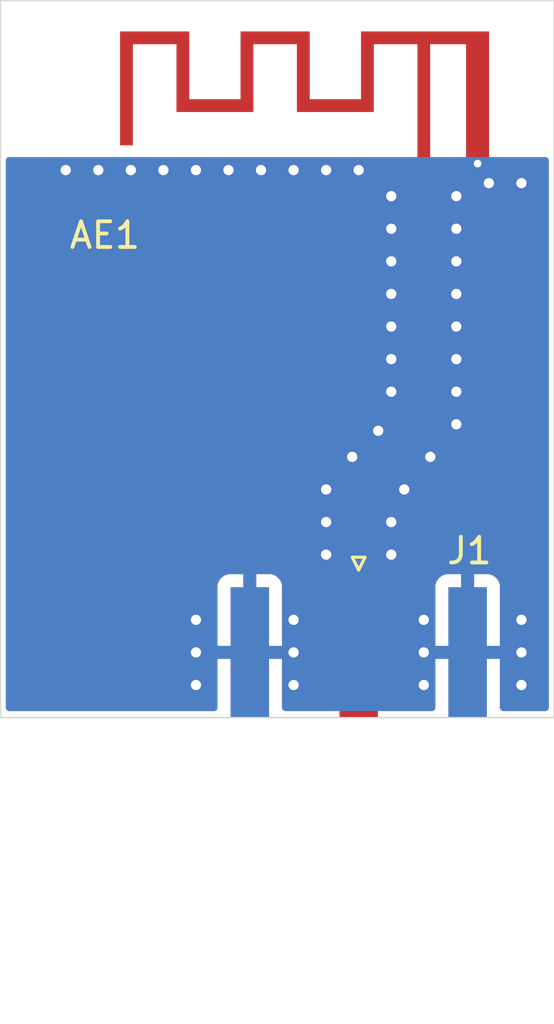
<source format=kicad_pcb>
(kicad_pcb (version 20211014) (generator pcbnew)
  (layers (0 "F.Cu" signal) (1 "In1.Cu" signal) (2 "In2.Cu" signal) (31 "B.Cu" signal) (34 "B.Paste" user) (35 "F.Paste" user) (36 "B.SilkS" user "B.Silkscreen") (37 "F.SilkS" user "F.Silkscreen") (38 "B.Mask" user) (39 "F.Mask" user) (44 "Edge.Cuts" user))
  (net 0 "")
  (net 1 "Net-(AE1-Pad1)")
  (net 2 "GND")
  (footprint "RF_Antenna:Texas_SWRA117D_2.4GHz_Left" (layer "F.Cu") (at 118.11 125.73)
    (fp_text reference "AE1" (at -12.446 2.794) (layer "F.SilkS"))
    (fp_text value "Antenna_Shield")
    (fp_poly (pts (xy -2.45 -2.51) (xy -4.45 -2.51) (xy -4.45 -5.15) (xy -7.15 -5.15) (xy -7.15 -2.51) (xy -9.15 -2.51) (xy -9.15 -5.15) (xy -11.85 -5.15) (xy -11.85 -0.71) (xy -11.35 -0.71) (xy -11.35 -4.65) (xy -9.65 -4.65) (xy -9.65 -2.01) (xy -6.65 -2.01) (xy -6.65 -4.65) (xy -4.95 -4.65) (xy -4.95 -2.01) (xy -1.95 -2.01) (xy -1.95 -4.65) (xy -0.25 -4.65) (xy -0.25 0.25) (xy 0.25 0.25) (xy 0.25 -4.65) (xy 1.65 -4.65) (xy 1.65 0.25) (xy 2.55 0.25) (xy 2.55 0.006785) (xy 2.247583 0.006785) (xy 2.237742 0.054395) (xy 2.213674 0.096797) (xy 2.175731 0.129581) (xy 2.167819 0.133935) (xy 2.125156 0.146043) (xy 2.076637 0.1453) (xy 2.031122 0.1324) (xy 2.012511 0.121787) (xy 1.978868 0.086553) (xy 1.958309 0.041368) (xy 1.951778 -0.008158) (xy 1.960218 -0.056417) (xy 1.977112 -0.088643) (xy 2.012372 -0.121313) (xy 2.057682 -0.141408) (xy 2.107267 -0.147982) (xy 2.155353 -0.140092) (xy 2.188245 -0.123186) (xy 2.223185 -0.086416) (xy 2.242847 -0.041622) (xy 2.247583 0.006785) (xy 2.55 0.006785) (xy 2.55 -5.15) (xy -2.45 -5.15) (xy -2.45 -2.51)) (layer "F.Cu") (width 0) (fill solid))
    (pad "1" connect rect locked (at 0 0) (size 0.5 0.5) (layers "F.Cu") (net 1 "Net-(AE1-Pad1)"))
    (pad "2" thru_hole rect locked (at 2.1 0) (size 0.9 0.5) (drill 0.3) (layers *.Cu) (net 2 "GND"))
  )
  (footprint "Connector_Coaxial:SMA_Amphenol_132289_EdgeMount" (layer "F.Cu") (at 115.57 144.78 -90)
    (fp_text reference "J1" (at -3.96 -4.318) (layer "F.SilkS"))
    (fp_text value "Conn_Coaxial")
    (fp_line (start -3.71 0.25) (end -3.21 0) (layer "F.SilkS") (width 0.12))
    (fp_line (start -3.71 -0.25) (end -3.71 0.25) (layer "F.SilkS") (width 0.12))
    (fp_line (start -3.21 0) (end -3.71 -0.25) (layer "F.SilkS") (width 0.12))
    (pad "1" smd rect locked (at 0 0) (size 1.5 5.08) (layers "F.Cu" "F.Paste" "F.Mask") (net 1 "Net-(AE1-Pad1)"))
    (pad "2" smd rect locked (at 0 -4.25) (size 1.5 5.08) (layers "F.Cu" "F.Paste" "F.Mask") (net 2 "GND"))
    (pad "2" smd rect locked (at 0 4.25) (size 1.5 5.08) (layers "F.Cu" "F.Paste" "F.Mask") (net 2 "GND"))
    (pad "2" smd rect locked (at 0 -4.25) (size 1.5 5.08) (layers "B.Cu" "B.Paste" "B.Mask") (net 2 "GND"))
    (pad "2" smd rect locked (at 0 4.25) (size 1.5 5.08) (layers "B.Cu" "B.Paste" "B.Mask") (net 2 "GND"))
  )
  (gr_line (start 101.6 147.32) (end 101.6 119.38) (layer "Edge.Cuts") (width 0.05))
  (gr_line (start 123.19 147.32) (end 101.6 147.32) (layer "Edge.Cuts") (width 0.05))
  (gr_line (start 101.6 119.38) (end 123.19 119.38) (layer "Edge.Cuts") (width 0.05))
  (gr_line (start 123.19 119.38) (end 123.19 147.32) (layer "Edge.Cuts") (width 0.05))
  (segment (start 116.938427 137.061573) (end 116.741573 137.258427) (width 0.36) (layer "F.Cu") (net 1))
  (segment (start 115.57 140.086854) (end 115.57 144.78) (width 0.36) (layer "F.Cu") (net 1))
  (segment (start 118.11 125.73) (end 118.11 134.233146) (width 0.36) (layer "F.Cu") (net 1))
  (arc (start 116.938427 137.061573) (mid 117.805518 135.76388) (end 118.11 134.233146) (width 0.36) (layer "F.Cu") (net 1))
  (arc (start 116.741573 137.258427) (mid 115.874482 138.55612) (end 115.57 140.086854) (width 0.36) (layer "F.Cu") (net 1))
  (segment (start 119.38 125.984) (end 121.09 125.984) (width 1) (layer "F.Cu") (net 2))
  (via (at 119.38 133.35) (size 0.8) (drill 0.4) (layers "F.Cu" "B.Cu") (net 2))
  (via (at 113.03 125.984) (size 0.8) (drill 0.4) (layers "F.Cu" "B.Cu") (net 2))
  (via (at 113.03 143.51) (size 0.8) (drill 0.4) (layers "F.Cu" "B.Cu") (net 2))
  (via (at 121.92 143.51) (size 0.8) (drill 0.4) (layers "F.Cu" "B.Cu") (net 2))
  (via (at 116.84 133.35) (size 0.8) (drill 0.4) (layers "F.Cu" "B.Cu") (net 2))
  (via (at 116.84 129.54) (size 0.8) (drill 0.4) (layers "F.Cu" "B.Cu") (net 2))
  (via (at 116.84 140.97) (size 0.8) (drill 0.4) (layers "F.Cu" "B.Cu") (net 2))
  (via (at 109.22 146.05) (size 0.8) (drill 0.4) (layers "F.Cu" "B.Cu") (net 2))
  (via (at 116.332 136.144) (size 0.8) (drill 0.4) (layers "F.Cu" "B.Cu") (net 2))
  (via (at 109.22 125.984) (size 0.8) (drill 0.4) (layers "F.Cu" "B.Cu") (net 2))
  (via (at 119.38 129.54) (size 0.8) (drill 0.4) (layers "F.Cu" "B.Cu") (net 2))
  (via (at 118.364 137.16) (size 0.8) (drill 0.4) (layers "F.Cu" "B.Cu") (net 2))
  (via (at 106.68 125.984) (size 0.8) (drill 0.4) (layers "F.Cu" "B.Cu") (net 2))
  (via (at 107.95 125.984) (size 0.8) (drill 0.4) (layers "F.Cu" "B.Cu") (net 2))
  (via (at 115.57 125.984) (size 0.8) (drill 0.4) (layers "F.Cu" "B.Cu") (net 2))
  (via (at 114.3 140.97) (size 0.8) (drill 0.4) (layers "F.Cu" "B.Cu") (net 2))
  (via (at 118.11 144.78) (size 0.8) (drill 0.4) (layers "F.Cu" "B.Cu") (net 2))
  (via (at 105.41 125.984) (size 0.8) (drill 0.4) (layers "F.Cu" "B.Cu") (net 2))
  (via (at 115.316 137.16) (size 0.8) (drill 0.4) (layers "F.Cu" "B.Cu") (net 2))
  (via (at 111.76 125.984) (size 0.8) (drill 0.4) (layers "F.Cu" "B.Cu") (net 2))
  (via (at 114.3 139.7) (size 0.8) (drill 0.4) (layers "F.Cu" "B.Cu") (net 2))
  (via (at 116.84 127) (size 0.8) (drill 0.4) (layers "F.Cu" "B.Cu") (net 2))
  (via (at 121.92 144.78) (size 0.8) (drill 0.4) (layers "F.Cu" "B.Cu") (net 2))
  (via (at 113.03 146.05) (size 0.8) (drill 0.4) (layers "F.Cu" "B.Cu") (net 2))
  (via (at 118.11 143.51) (size 0.8) (drill 0.4) (layers "F.Cu" "B.Cu") (net 2))
  (via (at 119.38 132.08) (size 0.8) (drill 0.4) (layers "F.Cu" "B.Cu") (net 2))
  (via (at 116.84 128.27) (size 0.8) (drill 0.4) (layers "F.Cu" "B.Cu") (net 2))
  (via (at 110.49 125.984) (size 0.8) (drill 0.4) (layers "F.Cu" "B.Cu") (net 2))
  (via (at 116.84 132.08) (size 0.8) (drill 0.4) (layers "F.Cu" "B.Cu") (net 2))
  (via (at 117.348 138.43) (size 0.8) (drill 0.4) (layers "F.Cu" "B.Cu") (net 2))
  (via (at 119.38 127) (size 0.8) (drill 0.4) (layers "F.Cu" "B.Cu") (net 2))
  (via (at 119.38 134.62) (size 0.8) (drill 0.4) (layers "F.Cu" "B.Cu") (net 2))
  (via (at 119.38 128.27) (size 0.8) (drill 0.4) (layers "F.Cu" "B.Cu") (net 2))
  (via (at 120.65 126.492) (size 0.8) (drill 0.4) (layers "F.Cu" "B.Cu") (net 2))
  (via (at 116.84 134.62) (size 0.8) (drill 0.4) (layers "F.Cu" "B.Cu") (net 2))
  (via (at 109.22 143.51) (size 0.8) (drill 0.4) (layers "F.Cu" "B.Cu") (net 2))
  (via (at 116.84 139.7) (size 0.8) (drill 0.4) (layers "F.Cu" "B.Cu") (net 2))
  (via (at 119.38 130.81) (size 0.8) (drill 0.4) (layers "F.Cu" "B.Cu") (net 2))
  (via (at 121.92 126.492) (size 0.8) (drill 0.4) (layers "F.Cu" "B.Cu") (net 2))
  (via (at 114.3 125.984) (size 0.8) (drill 0.4) (layers "F.Cu" "B.Cu") (net 2))
  (via (at 121.92 146.05) (size 0.8) (drill 0.4) (layers "F.Cu" "B.Cu") (net 2))
  (via (at 118.11 146.05) (size 0.8) (drill 0.4) (layers "F.Cu" "B.Cu") (net 2))
  (via (at 119.38 135.89) (size 0.8) (drill 0.4) (layers "F.Cu" "B.Cu") (net 2))
  (via (at 114.3 138.43) (size 0.8) (drill 0.4) (layers "F.Cu" "B.Cu") (net 2))
  (via (at 116.84 130.81) (size 0.8) (drill 0.4) (layers "F.Cu" "B.Cu") (net 2))
  (via (at 104.14 125.984) (size 0.8) (drill 0.4) (layers "F.Cu" "B.Cu") (net 2))
  (via (at 113.03 144.78) (size 0.8) (drill 0.4) (layers "F.Cu" "B.Cu") (net 2))
  (via (at 109.22 144.78) (size 0.8) (drill 0.4) (layers "F.Cu" "B.Cu") (net 2))
  (zone (net 2) (net_name "GND") (layers "F.Cu" "In1.Cu" "In2.Cu" "B.Cu") (connect_pads (clearance 0.2)) (min_thickness 0.254) (fill yes (thermal_gap 0.508) (thermal_bridge_width 0.508))
    (polygon (pts (xy 123.19 147.066) (xy 101.6 147.066) (xy 101.6 125.476) (xy 123.19 125.476)))
  )
)
</source>
